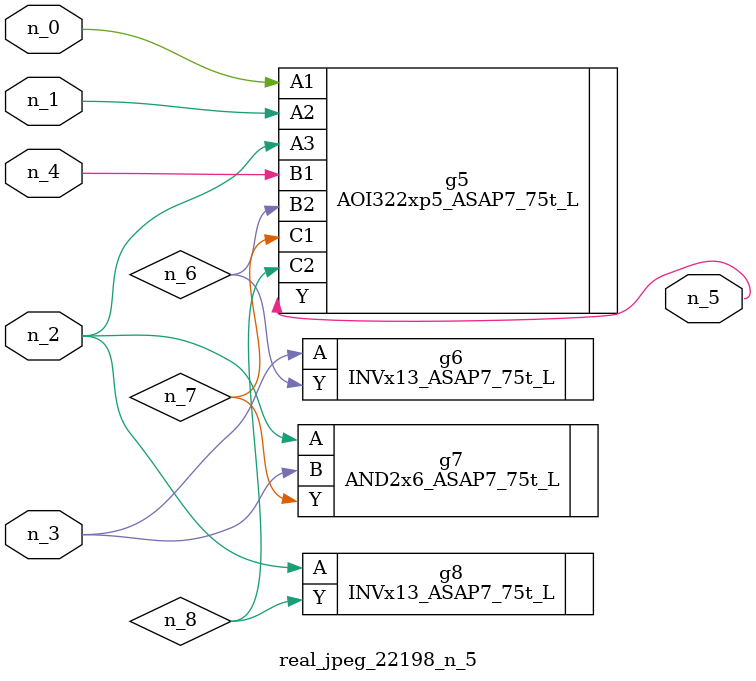
<source format=v>
module real_jpeg_22198_n_5 (n_4, n_0, n_1, n_2, n_3, n_5);

input n_4;
input n_0;
input n_1;
input n_2;
input n_3;

output n_5;

wire n_8;
wire n_6;
wire n_7;

AOI322xp5_ASAP7_75t_L g5 ( 
.A1(n_0),
.A2(n_1),
.A3(n_2),
.B1(n_4),
.B2(n_6),
.C1(n_7),
.C2(n_8),
.Y(n_5)
);

AND2x6_ASAP7_75t_L g7 ( 
.A(n_2),
.B(n_3),
.Y(n_7)
);

INVx13_ASAP7_75t_L g8 ( 
.A(n_2),
.Y(n_8)
);

INVx13_ASAP7_75t_L g6 ( 
.A(n_3),
.Y(n_6)
);


endmodule
</source>
